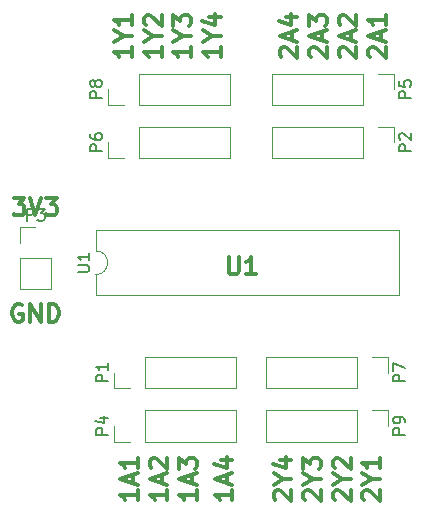
<source format=gbr>
G04 #@! TF.FileFunction,Legend,Top*
%FSLAX46Y46*%
G04 Gerber Fmt 4.6, Leading zero omitted, Abs format (unit mm)*
G04 Created by KiCad (PCBNEW 4.0.5) date Saturday, June 17, 2017 'PMt' 05:29:07 PM*
%MOMM*%
%LPD*%
G01*
G04 APERTURE LIST*
%ADD10C,0.100000*%
%ADD11C,0.300000*%
%ADD12C,0.120000*%
%ADD13C,0.150000*%
%ADD14R,2.000000X2.000000*%
%ADD15O,2.000000X2.000000*%
%ADD16R,2.100000X2.100000*%
%ADD17O,2.100000X2.100000*%
G04 APERTURE END LIST*
D10*
D11*
X132321429Y-82285714D02*
X132250000Y-82214285D01*
X132178571Y-82071428D01*
X132178571Y-81714285D01*
X132250000Y-81571428D01*
X132321429Y-81499999D01*
X132464286Y-81428571D01*
X132607143Y-81428571D01*
X132821429Y-81499999D01*
X133678571Y-82357142D01*
X133678571Y-81428571D01*
X133250000Y-80857143D02*
X133250000Y-80142857D01*
X133678571Y-81000000D02*
X132178571Y-80500000D01*
X133678571Y-80000000D01*
X133678571Y-78714286D02*
X133678571Y-79571429D01*
X133678571Y-79142857D02*
X132178571Y-79142857D01*
X132392857Y-79285714D01*
X132535714Y-79428572D01*
X132607143Y-79571429D01*
X129821429Y-82285714D02*
X129750000Y-82214285D01*
X129678571Y-82071428D01*
X129678571Y-81714285D01*
X129750000Y-81571428D01*
X129821429Y-81499999D01*
X129964286Y-81428571D01*
X130107143Y-81428571D01*
X130321429Y-81499999D01*
X131178571Y-82357142D01*
X131178571Y-81428571D01*
X130750000Y-80857143D02*
X130750000Y-80142857D01*
X131178571Y-81000000D02*
X129678571Y-80500000D01*
X131178571Y-80000000D01*
X129821429Y-79571429D02*
X129750000Y-79500000D01*
X129678571Y-79357143D01*
X129678571Y-79000000D01*
X129750000Y-78857143D01*
X129821429Y-78785714D01*
X129964286Y-78714286D01*
X130107143Y-78714286D01*
X130321429Y-78785714D01*
X131178571Y-79642857D01*
X131178571Y-78714286D01*
X127321429Y-82285714D02*
X127250000Y-82214285D01*
X127178571Y-82071428D01*
X127178571Y-81714285D01*
X127250000Y-81571428D01*
X127321429Y-81499999D01*
X127464286Y-81428571D01*
X127607143Y-81428571D01*
X127821429Y-81499999D01*
X128678571Y-82357142D01*
X128678571Y-81428571D01*
X128250000Y-80857143D02*
X128250000Y-80142857D01*
X128678571Y-81000000D02*
X127178571Y-80500000D01*
X128678571Y-80000000D01*
X127178571Y-79642857D02*
X127178571Y-78714286D01*
X127750000Y-79214286D01*
X127750000Y-79000000D01*
X127821429Y-78857143D01*
X127892857Y-78785714D01*
X128035714Y-78714286D01*
X128392857Y-78714286D01*
X128535714Y-78785714D01*
X128607143Y-78857143D01*
X128678571Y-79000000D01*
X128678571Y-79428572D01*
X128607143Y-79571429D01*
X128535714Y-79642857D01*
X124821429Y-82285714D02*
X124750000Y-82214285D01*
X124678571Y-82071428D01*
X124678571Y-81714285D01*
X124750000Y-81571428D01*
X124821429Y-81499999D01*
X124964286Y-81428571D01*
X125107143Y-81428571D01*
X125321429Y-81499999D01*
X126178571Y-82357142D01*
X126178571Y-81428571D01*
X125750000Y-80857143D02*
X125750000Y-80142857D01*
X126178571Y-81000000D02*
X124678571Y-80500000D01*
X126178571Y-80000000D01*
X125178571Y-78857143D02*
X126178571Y-78857143D01*
X124607143Y-79214286D02*
X125678571Y-79571429D01*
X125678571Y-78642857D01*
X119678571Y-81428571D02*
X119678571Y-82285714D01*
X119678571Y-81857142D02*
X118178571Y-81857142D01*
X118392857Y-81999999D01*
X118535714Y-82142857D01*
X118607143Y-82285714D01*
X118964286Y-80500000D02*
X119678571Y-80500000D01*
X118178571Y-81000000D02*
X118964286Y-80500000D01*
X118178571Y-80000000D01*
X118678571Y-78857143D02*
X119678571Y-78857143D01*
X118107143Y-79214286D02*
X119178571Y-79571429D01*
X119178571Y-78642857D01*
X117178571Y-81428571D02*
X117178571Y-82285714D01*
X117178571Y-81857142D02*
X115678571Y-81857142D01*
X115892857Y-81999999D01*
X116035714Y-82142857D01*
X116107143Y-82285714D01*
X116464286Y-80500000D02*
X117178571Y-80500000D01*
X115678571Y-81000000D02*
X116464286Y-80500000D01*
X115678571Y-80000000D01*
X115678571Y-79642857D02*
X115678571Y-78714286D01*
X116250000Y-79214286D01*
X116250000Y-79000000D01*
X116321429Y-78857143D01*
X116392857Y-78785714D01*
X116535714Y-78714286D01*
X116892857Y-78714286D01*
X117035714Y-78785714D01*
X117107143Y-78857143D01*
X117178571Y-79000000D01*
X117178571Y-79428572D01*
X117107143Y-79571429D01*
X117035714Y-79642857D01*
X114678571Y-81428571D02*
X114678571Y-82285714D01*
X114678571Y-81857142D02*
X113178571Y-81857142D01*
X113392857Y-81999999D01*
X113535714Y-82142857D01*
X113607143Y-82285714D01*
X113964286Y-80500000D02*
X114678571Y-80500000D01*
X113178571Y-81000000D02*
X113964286Y-80500000D01*
X113178571Y-80000000D01*
X113321429Y-79571429D02*
X113250000Y-79500000D01*
X113178571Y-79357143D01*
X113178571Y-79000000D01*
X113250000Y-78857143D01*
X113321429Y-78785714D01*
X113464286Y-78714286D01*
X113607143Y-78714286D01*
X113821429Y-78785714D01*
X114678571Y-79642857D01*
X114678571Y-78714286D01*
X112178571Y-81428571D02*
X112178571Y-82285714D01*
X112178571Y-81857142D02*
X110678571Y-81857142D01*
X110892857Y-81999999D01*
X111035714Y-82142857D01*
X111107143Y-82285714D01*
X111464286Y-80500000D02*
X112178571Y-80500000D01*
X110678571Y-81000000D02*
X111464286Y-80500000D01*
X110678571Y-80000000D01*
X112178571Y-78714286D02*
X112178571Y-79571429D01*
X112178571Y-79142857D02*
X110678571Y-79142857D01*
X110892857Y-79285714D01*
X111035714Y-79428572D01*
X111107143Y-79571429D01*
X102142858Y-94178571D02*
X103071429Y-94178571D01*
X102571429Y-94750000D01*
X102785715Y-94750000D01*
X102928572Y-94821429D01*
X103000001Y-94892857D01*
X103071429Y-95035714D01*
X103071429Y-95392857D01*
X103000001Y-95535714D01*
X102928572Y-95607143D01*
X102785715Y-95678571D01*
X102357143Y-95678571D01*
X102214286Y-95607143D01*
X102142858Y-95535714D01*
X103500000Y-94178571D02*
X104000000Y-95678571D01*
X104500000Y-94178571D01*
X104857143Y-94178571D02*
X105785714Y-94178571D01*
X105285714Y-94750000D01*
X105500000Y-94750000D01*
X105642857Y-94821429D01*
X105714286Y-94892857D01*
X105785714Y-95035714D01*
X105785714Y-95392857D01*
X105714286Y-95535714D01*
X105642857Y-95607143D01*
X105500000Y-95678571D01*
X105071428Y-95678571D01*
X104928571Y-95607143D01*
X104857143Y-95535714D01*
X102857143Y-103250000D02*
X102714286Y-103178571D01*
X102500000Y-103178571D01*
X102285715Y-103250000D01*
X102142857Y-103392857D01*
X102071429Y-103535714D01*
X102000000Y-103821429D01*
X102000000Y-104035714D01*
X102071429Y-104321429D01*
X102142857Y-104464286D01*
X102285715Y-104607143D01*
X102500000Y-104678571D01*
X102642857Y-104678571D01*
X102857143Y-104607143D01*
X102928572Y-104535714D01*
X102928572Y-104035714D01*
X102642857Y-104035714D01*
X103571429Y-104678571D02*
X103571429Y-103178571D01*
X104428572Y-104678571D01*
X104428572Y-103178571D01*
X105142858Y-104678571D02*
X105142858Y-103178571D01*
X105500001Y-103178571D01*
X105714286Y-103250000D01*
X105857144Y-103392857D01*
X105928572Y-103535714D01*
X106000001Y-103821429D01*
X106000001Y-104035714D01*
X105928572Y-104321429D01*
X105857144Y-104464286D01*
X105714286Y-104607143D01*
X105500001Y-104678571D01*
X105142858Y-104678571D01*
X120357143Y-99178571D02*
X120357143Y-100392857D01*
X120428571Y-100535714D01*
X120500000Y-100607143D01*
X120642857Y-100678571D01*
X120928571Y-100678571D01*
X121071429Y-100607143D01*
X121142857Y-100535714D01*
X121214286Y-100392857D01*
X121214286Y-99178571D01*
X122714286Y-100678571D02*
X121857143Y-100678571D01*
X122285715Y-100678571D02*
X122285715Y-99178571D01*
X122142858Y-99392857D01*
X122000000Y-99535714D01*
X121857143Y-99607143D01*
X131821429Y-119785714D02*
X131750000Y-119714285D01*
X131678571Y-119571428D01*
X131678571Y-119214285D01*
X131750000Y-119071428D01*
X131821429Y-118999999D01*
X131964286Y-118928571D01*
X132107143Y-118928571D01*
X132321429Y-118999999D01*
X133178571Y-119857142D01*
X133178571Y-118928571D01*
X132464286Y-118000000D02*
X133178571Y-118000000D01*
X131678571Y-118500000D02*
X132464286Y-118000000D01*
X131678571Y-117500000D01*
X133178571Y-116214286D02*
X133178571Y-117071429D01*
X133178571Y-116642857D02*
X131678571Y-116642857D01*
X131892857Y-116785714D01*
X132035714Y-116928572D01*
X132107143Y-117071429D01*
X129321429Y-119785714D02*
X129250000Y-119714285D01*
X129178571Y-119571428D01*
X129178571Y-119214285D01*
X129250000Y-119071428D01*
X129321429Y-118999999D01*
X129464286Y-118928571D01*
X129607143Y-118928571D01*
X129821429Y-118999999D01*
X130678571Y-119857142D01*
X130678571Y-118928571D01*
X129964286Y-118000000D02*
X130678571Y-118000000D01*
X129178571Y-118500000D02*
X129964286Y-118000000D01*
X129178571Y-117500000D01*
X129321429Y-117071429D02*
X129250000Y-117000000D01*
X129178571Y-116857143D01*
X129178571Y-116500000D01*
X129250000Y-116357143D01*
X129321429Y-116285714D01*
X129464286Y-116214286D01*
X129607143Y-116214286D01*
X129821429Y-116285714D01*
X130678571Y-117142857D01*
X130678571Y-116214286D01*
X126821429Y-119785714D02*
X126750000Y-119714285D01*
X126678571Y-119571428D01*
X126678571Y-119214285D01*
X126750000Y-119071428D01*
X126821429Y-118999999D01*
X126964286Y-118928571D01*
X127107143Y-118928571D01*
X127321429Y-118999999D01*
X128178571Y-119857142D01*
X128178571Y-118928571D01*
X127464286Y-118000000D02*
X128178571Y-118000000D01*
X126678571Y-118500000D02*
X127464286Y-118000000D01*
X126678571Y-117500000D01*
X126678571Y-117142857D02*
X126678571Y-116214286D01*
X127250000Y-116714286D01*
X127250000Y-116500000D01*
X127321429Y-116357143D01*
X127392857Y-116285714D01*
X127535714Y-116214286D01*
X127892857Y-116214286D01*
X128035714Y-116285714D01*
X128107143Y-116357143D01*
X128178571Y-116500000D01*
X128178571Y-116928572D01*
X128107143Y-117071429D01*
X128035714Y-117142857D01*
X124321429Y-119785714D02*
X124250000Y-119714285D01*
X124178571Y-119571428D01*
X124178571Y-119214285D01*
X124250000Y-119071428D01*
X124321429Y-118999999D01*
X124464286Y-118928571D01*
X124607143Y-118928571D01*
X124821429Y-118999999D01*
X125678571Y-119857142D01*
X125678571Y-118928571D01*
X124964286Y-118000000D02*
X125678571Y-118000000D01*
X124178571Y-118500000D02*
X124964286Y-118000000D01*
X124178571Y-117500000D01*
X124678571Y-116357143D02*
X125678571Y-116357143D01*
X124107143Y-116714286D02*
X125178571Y-117071429D01*
X125178571Y-116142857D01*
X120678571Y-118928571D02*
X120678571Y-119785714D01*
X120678571Y-119357142D02*
X119178571Y-119357142D01*
X119392857Y-119499999D01*
X119535714Y-119642857D01*
X119607143Y-119785714D01*
X120250000Y-118357143D02*
X120250000Y-117642857D01*
X120678571Y-118500000D02*
X119178571Y-118000000D01*
X120678571Y-117500000D01*
X119678571Y-116357143D02*
X120678571Y-116357143D01*
X119107143Y-116714286D02*
X120178571Y-117071429D01*
X120178571Y-116142857D01*
X117678571Y-118928571D02*
X117678571Y-119785714D01*
X117678571Y-119357142D02*
X116178571Y-119357142D01*
X116392857Y-119499999D01*
X116535714Y-119642857D01*
X116607143Y-119785714D01*
X117250000Y-118357143D02*
X117250000Y-117642857D01*
X117678571Y-118500000D02*
X116178571Y-118000000D01*
X117678571Y-117500000D01*
X116178571Y-117142857D02*
X116178571Y-116214286D01*
X116750000Y-116714286D01*
X116750000Y-116500000D01*
X116821429Y-116357143D01*
X116892857Y-116285714D01*
X117035714Y-116214286D01*
X117392857Y-116214286D01*
X117535714Y-116285714D01*
X117607143Y-116357143D01*
X117678571Y-116500000D01*
X117678571Y-116928572D01*
X117607143Y-117071429D01*
X117535714Y-117142857D01*
X115178571Y-118928571D02*
X115178571Y-119785714D01*
X115178571Y-119357142D02*
X113678571Y-119357142D01*
X113892857Y-119499999D01*
X114035714Y-119642857D01*
X114107143Y-119785714D01*
X114750000Y-118357143D02*
X114750000Y-117642857D01*
X115178571Y-118500000D02*
X113678571Y-118000000D01*
X115178571Y-117500000D01*
X113821429Y-117071429D02*
X113750000Y-117000000D01*
X113678571Y-116857143D01*
X113678571Y-116500000D01*
X113750000Y-116357143D01*
X113821429Y-116285714D01*
X113964286Y-116214286D01*
X114107143Y-116214286D01*
X114321429Y-116285714D01*
X115178571Y-117142857D01*
X115178571Y-116214286D01*
X112678571Y-118928571D02*
X112678571Y-119785714D01*
X112678571Y-119357142D02*
X111178571Y-119357142D01*
X111392857Y-119499999D01*
X111535714Y-119642857D01*
X111607143Y-119785714D01*
X112250000Y-118357143D02*
X112250000Y-117642857D01*
X112678571Y-118500000D02*
X111178571Y-118000000D01*
X112678571Y-117500000D01*
X112678571Y-116214286D02*
X112678571Y-117071429D01*
X112678571Y-116642857D02*
X111178571Y-116642857D01*
X111392857Y-116785714D01*
X111535714Y-116928572D01*
X111607143Y-117071429D01*
D12*
X109110000Y-100690000D02*
X109110000Y-102460000D01*
X109110000Y-102460000D02*
X134750000Y-102460000D01*
X134750000Y-102460000D02*
X134750000Y-96920000D01*
X134750000Y-96920000D02*
X109110000Y-96920000D01*
X109110000Y-96920000D02*
X109110000Y-98690000D01*
X109110000Y-98690000D02*
G75*
G02X109110000Y-100690000I0J-1000000D01*
G01*
X102670000Y-99270000D02*
X102670000Y-101870000D01*
X102670000Y-101870000D02*
X105330000Y-101870000D01*
X105330000Y-101870000D02*
X105330000Y-99270000D01*
X105330000Y-99270000D02*
X102670000Y-99270000D01*
X102670000Y-98000000D02*
X102670000Y-96670000D01*
X102670000Y-96670000D02*
X104000000Y-96670000D01*
X112770000Y-90830000D02*
X120450000Y-90830000D01*
X120450000Y-90830000D02*
X120450000Y-88170000D01*
X120450000Y-88170000D02*
X112770000Y-88170000D01*
X112770000Y-88170000D02*
X112770000Y-90830000D01*
X111500000Y-90830000D02*
X110170000Y-90830000D01*
X110170000Y-90830000D02*
X110170000Y-89500000D01*
X131230000Y-107670000D02*
X123550000Y-107670000D01*
X123550000Y-107670000D02*
X123550000Y-110330000D01*
X123550000Y-110330000D02*
X131230000Y-110330000D01*
X131230000Y-110330000D02*
X131230000Y-107670000D01*
X132500000Y-107670000D02*
X133830000Y-107670000D01*
X133830000Y-107670000D02*
X133830000Y-109000000D01*
X112770000Y-86330000D02*
X120450000Y-86330000D01*
X120450000Y-86330000D02*
X120450000Y-83670000D01*
X120450000Y-83670000D02*
X112770000Y-83670000D01*
X112770000Y-83670000D02*
X112770000Y-86330000D01*
X111500000Y-86330000D02*
X110170000Y-86330000D01*
X110170000Y-86330000D02*
X110170000Y-85000000D01*
X131230000Y-112170000D02*
X123550000Y-112170000D01*
X123550000Y-112170000D02*
X123550000Y-114830000D01*
X123550000Y-114830000D02*
X131230000Y-114830000D01*
X131230000Y-114830000D02*
X131230000Y-112170000D01*
X132500000Y-112170000D02*
X133830000Y-112170000D01*
X133830000Y-112170000D02*
X133830000Y-113500000D01*
X113270000Y-110330000D02*
X120950000Y-110330000D01*
X120950000Y-110330000D02*
X120950000Y-107670000D01*
X120950000Y-107670000D02*
X113270000Y-107670000D01*
X113270000Y-107670000D02*
X113270000Y-110330000D01*
X112000000Y-110330000D02*
X110670000Y-110330000D01*
X110670000Y-110330000D02*
X110670000Y-109000000D01*
X131730000Y-88170000D02*
X124050000Y-88170000D01*
X124050000Y-88170000D02*
X124050000Y-90830000D01*
X124050000Y-90830000D02*
X131730000Y-90830000D01*
X131730000Y-90830000D02*
X131730000Y-88170000D01*
X133000000Y-88170000D02*
X134330000Y-88170000D01*
X134330000Y-88170000D02*
X134330000Y-89500000D01*
X113270000Y-114830000D02*
X120950000Y-114830000D01*
X120950000Y-114830000D02*
X120950000Y-112170000D01*
X120950000Y-112170000D02*
X113270000Y-112170000D01*
X113270000Y-112170000D02*
X113270000Y-114830000D01*
X112000000Y-114830000D02*
X110670000Y-114830000D01*
X110670000Y-114830000D02*
X110670000Y-113500000D01*
X131730000Y-83670000D02*
X124050000Y-83670000D01*
X124050000Y-83670000D02*
X124050000Y-86330000D01*
X124050000Y-86330000D02*
X131730000Y-86330000D01*
X131730000Y-86330000D02*
X131730000Y-83670000D01*
X133000000Y-83670000D02*
X134330000Y-83670000D01*
X134330000Y-83670000D02*
X134330000Y-85000000D01*
D13*
X107562381Y-100451905D02*
X108371905Y-100451905D01*
X108467143Y-100404286D01*
X108514762Y-100356667D01*
X108562381Y-100261429D01*
X108562381Y-100070952D01*
X108514762Y-99975714D01*
X108467143Y-99928095D01*
X108371905Y-99880476D01*
X107562381Y-99880476D01*
X108562381Y-98880476D02*
X108562381Y-99451905D01*
X108562381Y-99166191D02*
X107562381Y-99166191D01*
X107705238Y-99261429D01*
X107800476Y-99356667D01*
X107848095Y-99451905D01*
X103261905Y-96122381D02*
X103261905Y-95122381D01*
X103642858Y-95122381D01*
X103738096Y-95170000D01*
X103785715Y-95217619D01*
X103833334Y-95312857D01*
X103833334Y-95455714D01*
X103785715Y-95550952D01*
X103738096Y-95598571D01*
X103642858Y-95646190D01*
X103261905Y-95646190D01*
X104166667Y-95122381D02*
X104785715Y-95122381D01*
X104452381Y-95503333D01*
X104595239Y-95503333D01*
X104690477Y-95550952D01*
X104738096Y-95598571D01*
X104785715Y-95693810D01*
X104785715Y-95931905D01*
X104738096Y-96027143D01*
X104690477Y-96074762D01*
X104595239Y-96122381D01*
X104309524Y-96122381D01*
X104214286Y-96074762D01*
X104166667Y-96027143D01*
X109622381Y-90238095D02*
X108622381Y-90238095D01*
X108622381Y-89857142D01*
X108670000Y-89761904D01*
X108717619Y-89714285D01*
X108812857Y-89666666D01*
X108955714Y-89666666D01*
X109050952Y-89714285D01*
X109098571Y-89761904D01*
X109146190Y-89857142D01*
X109146190Y-90238095D01*
X108622381Y-88809523D02*
X108622381Y-89000000D01*
X108670000Y-89095238D01*
X108717619Y-89142857D01*
X108860476Y-89238095D01*
X109050952Y-89285714D01*
X109431905Y-89285714D01*
X109527143Y-89238095D01*
X109574762Y-89190476D01*
X109622381Y-89095238D01*
X109622381Y-88904761D01*
X109574762Y-88809523D01*
X109527143Y-88761904D01*
X109431905Y-88714285D01*
X109193810Y-88714285D01*
X109098571Y-88761904D01*
X109050952Y-88809523D01*
X109003333Y-88904761D01*
X109003333Y-89095238D01*
X109050952Y-89190476D01*
X109098571Y-89238095D01*
X109193810Y-89285714D01*
X135282381Y-109738095D02*
X134282381Y-109738095D01*
X134282381Y-109357142D01*
X134330000Y-109261904D01*
X134377619Y-109214285D01*
X134472857Y-109166666D01*
X134615714Y-109166666D01*
X134710952Y-109214285D01*
X134758571Y-109261904D01*
X134806190Y-109357142D01*
X134806190Y-109738095D01*
X134282381Y-108833333D02*
X134282381Y-108166666D01*
X135282381Y-108595238D01*
X109622381Y-85738095D02*
X108622381Y-85738095D01*
X108622381Y-85357142D01*
X108670000Y-85261904D01*
X108717619Y-85214285D01*
X108812857Y-85166666D01*
X108955714Y-85166666D01*
X109050952Y-85214285D01*
X109098571Y-85261904D01*
X109146190Y-85357142D01*
X109146190Y-85738095D01*
X109050952Y-84595238D02*
X109003333Y-84690476D01*
X108955714Y-84738095D01*
X108860476Y-84785714D01*
X108812857Y-84785714D01*
X108717619Y-84738095D01*
X108670000Y-84690476D01*
X108622381Y-84595238D01*
X108622381Y-84404761D01*
X108670000Y-84309523D01*
X108717619Y-84261904D01*
X108812857Y-84214285D01*
X108860476Y-84214285D01*
X108955714Y-84261904D01*
X109003333Y-84309523D01*
X109050952Y-84404761D01*
X109050952Y-84595238D01*
X109098571Y-84690476D01*
X109146190Y-84738095D01*
X109241429Y-84785714D01*
X109431905Y-84785714D01*
X109527143Y-84738095D01*
X109574762Y-84690476D01*
X109622381Y-84595238D01*
X109622381Y-84404761D01*
X109574762Y-84309523D01*
X109527143Y-84261904D01*
X109431905Y-84214285D01*
X109241429Y-84214285D01*
X109146190Y-84261904D01*
X109098571Y-84309523D01*
X109050952Y-84404761D01*
X135282381Y-114238095D02*
X134282381Y-114238095D01*
X134282381Y-113857142D01*
X134330000Y-113761904D01*
X134377619Y-113714285D01*
X134472857Y-113666666D01*
X134615714Y-113666666D01*
X134710952Y-113714285D01*
X134758571Y-113761904D01*
X134806190Y-113857142D01*
X134806190Y-114238095D01*
X135282381Y-113190476D02*
X135282381Y-113000000D01*
X135234762Y-112904761D01*
X135187143Y-112857142D01*
X135044286Y-112761904D01*
X134853810Y-112714285D01*
X134472857Y-112714285D01*
X134377619Y-112761904D01*
X134330000Y-112809523D01*
X134282381Y-112904761D01*
X134282381Y-113095238D01*
X134330000Y-113190476D01*
X134377619Y-113238095D01*
X134472857Y-113285714D01*
X134710952Y-113285714D01*
X134806190Y-113238095D01*
X134853810Y-113190476D01*
X134901429Y-113095238D01*
X134901429Y-112904761D01*
X134853810Y-112809523D01*
X134806190Y-112761904D01*
X134710952Y-112714285D01*
X110122381Y-109738095D02*
X109122381Y-109738095D01*
X109122381Y-109357142D01*
X109170000Y-109261904D01*
X109217619Y-109214285D01*
X109312857Y-109166666D01*
X109455714Y-109166666D01*
X109550952Y-109214285D01*
X109598571Y-109261904D01*
X109646190Y-109357142D01*
X109646190Y-109738095D01*
X110122381Y-108214285D02*
X110122381Y-108785714D01*
X110122381Y-108500000D02*
X109122381Y-108500000D01*
X109265238Y-108595238D01*
X109360476Y-108690476D01*
X109408095Y-108785714D01*
X135782381Y-90238095D02*
X134782381Y-90238095D01*
X134782381Y-89857142D01*
X134830000Y-89761904D01*
X134877619Y-89714285D01*
X134972857Y-89666666D01*
X135115714Y-89666666D01*
X135210952Y-89714285D01*
X135258571Y-89761904D01*
X135306190Y-89857142D01*
X135306190Y-90238095D01*
X134877619Y-89285714D02*
X134830000Y-89238095D01*
X134782381Y-89142857D01*
X134782381Y-88904761D01*
X134830000Y-88809523D01*
X134877619Y-88761904D01*
X134972857Y-88714285D01*
X135068095Y-88714285D01*
X135210952Y-88761904D01*
X135782381Y-89333333D01*
X135782381Y-88714285D01*
X110122381Y-114238095D02*
X109122381Y-114238095D01*
X109122381Y-113857142D01*
X109170000Y-113761904D01*
X109217619Y-113714285D01*
X109312857Y-113666666D01*
X109455714Y-113666666D01*
X109550952Y-113714285D01*
X109598571Y-113761904D01*
X109646190Y-113857142D01*
X109646190Y-114238095D01*
X109455714Y-112809523D02*
X110122381Y-112809523D01*
X109074762Y-113047619D02*
X109789048Y-113285714D01*
X109789048Y-112666666D01*
X135782381Y-85738095D02*
X134782381Y-85738095D01*
X134782381Y-85357142D01*
X134830000Y-85261904D01*
X134877619Y-85214285D01*
X134972857Y-85166666D01*
X135115714Y-85166666D01*
X135210952Y-85214285D01*
X135258571Y-85261904D01*
X135306190Y-85357142D01*
X135306190Y-85738095D01*
X134782381Y-84261904D02*
X134782381Y-84738095D01*
X135258571Y-84785714D01*
X135210952Y-84738095D01*
X135163333Y-84642857D01*
X135163333Y-84404761D01*
X135210952Y-84309523D01*
X135258571Y-84261904D01*
X135353810Y-84214285D01*
X135591905Y-84214285D01*
X135687143Y-84261904D01*
X135734762Y-84309523D01*
X135782381Y-84404761D01*
X135782381Y-84642857D01*
X135734762Y-84738095D01*
X135687143Y-84785714D01*
%LPC*%
D14*
X110500000Y-103500000D03*
D15*
X133360000Y-95880000D03*
X113040000Y-103500000D03*
X130820000Y-95880000D03*
X115580000Y-103500000D03*
X128280000Y-95880000D03*
X118120000Y-103500000D03*
X125740000Y-95880000D03*
X120660000Y-103500000D03*
X123200000Y-95880000D03*
X123200000Y-103500000D03*
X120660000Y-95880000D03*
X125740000Y-103500000D03*
X118120000Y-95880000D03*
X128280000Y-103500000D03*
X115580000Y-95880000D03*
X130820000Y-103500000D03*
X113040000Y-95880000D03*
X133360000Y-103500000D03*
X110500000Y-95880000D03*
D16*
X104000000Y-98000000D03*
D17*
X104000000Y-100540000D03*
D16*
X111500000Y-89500000D03*
D17*
X114040000Y-89500000D03*
X116580000Y-89500000D03*
X119120000Y-89500000D03*
D16*
X132500000Y-109000000D03*
D17*
X129960000Y-109000000D03*
X127420000Y-109000000D03*
X124880000Y-109000000D03*
D16*
X111500000Y-85000000D03*
D17*
X114040000Y-85000000D03*
X116580000Y-85000000D03*
X119120000Y-85000000D03*
D16*
X132500000Y-113500000D03*
D17*
X129960000Y-113500000D03*
X127420000Y-113500000D03*
X124880000Y-113500000D03*
D16*
X112000000Y-109000000D03*
D17*
X114540000Y-109000000D03*
X117080000Y-109000000D03*
X119620000Y-109000000D03*
D16*
X133000000Y-89500000D03*
D17*
X130460000Y-89500000D03*
X127920000Y-89500000D03*
X125380000Y-89500000D03*
D16*
X112000000Y-113500000D03*
D17*
X114540000Y-113500000D03*
X117080000Y-113500000D03*
X119620000Y-113500000D03*
D16*
X133000000Y-85000000D03*
D17*
X130460000Y-85000000D03*
X127920000Y-85000000D03*
X125380000Y-85000000D03*
M02*

</source>
